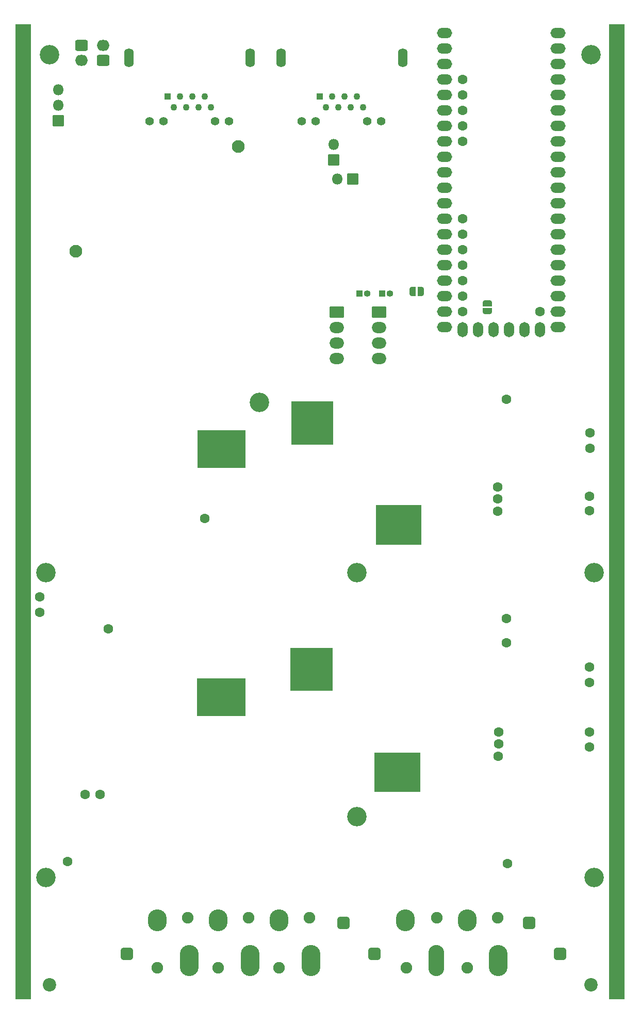
<source format=gbs>
G04 #@! TF.GenerationSoftware,KiCad,Pcbnew,7.0.2-6a45011f42~172~ubuntu20.04.1*
G04 #@! TF.CreationDate,2023-06-13T08:46:41+02:00*
G04 #@! TF.ProjectId,Power,506f7765-722e-46b6-9963-61645f706362,rev?*
G04 #@! TF.SameCoordinates,Original*
G04 #@! TF.FileFunction,Soldermask,Bot*
G04 #@! TF.FilePolarity,Negative*
%FSLAX46Y46*%
G04 Gerber Fmt 4.6, Leading zero omitted, Abs format (unit mm)*
G04 Created by KiCad (PCBNEW 7.0.2-6a45011f42~172~ubuntu20.04.1) date 2023-06-13 08:46:41*
%MOMM*%
%LPD*%
G01*
G04 APERTURE LIST*
G04 Aperture macros list*
%AMRoundRect*
0 Rectangle with rounded corners*
0 $1 Rounding radius*
0 $2 $3 $4 $5 $6 $7 $8 $9 X,Y pos of 4 corners*
0 Add a 4 corners polygon primitive as box body*
4,1,4,$2,$3,$4,$5,$6,$7,$8,$9,$2,$3,0*
0 Add four circle primitives for the rounded corners*
1,1,$1+$1,$2,$3*
1,1,$1+$1,$4,$5*
1,1,$1+$1,$6,$7*
1,1,$1+$1,$8,$9*
0 Add four rect primitives between the rounded corners*
20,1,$1+$1,$2,$3,$4,$5,0*
20,1,$1+$1,$4,$5,$6,$7,0*
20,1,$1+$1,$6,$7,$8,$9,0*
20,1,$1+$1,$8,$9,$2,$3,0*%
%AMFreePoly0*
4,1,35,0.535355,0.785355,0.550000,0.750000,0.550000,-0.750000,0.535355,-0.785355,0.500000,-0.800000,0.000000,-0.800000,-0.012286,-0.794911,-0.071157,-0.794911,-0.085244,-0.792886,-0.221795,-0.752791,-0.234740,-0.746879,-0.354462,-0.669938,-0.365217,-0.660618,-0.458414,-0.553063,-0.466109,-0.541091,-0.525228,-0.411637,-0.529237,-0.397982,-0.549491,-0.257116,-0.550000,-0.250000,-0.550000,0.250000,
-0.549491,0.257116,-0.529237,0.397982,-0.525228,0.411637,-0.466109,0.541091,-0.458414,0.553063,-0.365217,0.660618,-0.354462,0.669938,-0.234740,0.746879,-0.221795,0.752791,-0.085244,0.792886,-0.071157,0.794911,-0.012286,0.794911,0.000000,0.800000,0.500000,0.800000,0.535355,0.785355,0.535355,0.785355,$1*%
%AMFreePoly1*
4,1,35,0.012286,0.794911,0.071157,0.794911,0.085244,0.792886,0.221795,0.752791,0.234740,0.746879,0.354462,0.669938,0.365217,0.660618,0.458414,0.553063,0.466109,0.541091,0.525228,0.411637,0.529237,0.397982,0.549491,0.257116,0.550000,0.250000,0.550000,-0.250000,0.549491,-0.257116,0.529237,-0.397982,0.525228,-0.411637,0.466109,-0.541091,0.458414,-0.553063,0.365217,-0.660618,
0.354462,-0.669938,0.234740,-0.746879,0.221795,-0.752791,0.085244,-0.792886,0.071157,-0.794911,0.012286,-0.794911,0.000000,-0.800000,-0.500000,-0.800000,-0.535355,-0.785355,-0.550000,-0.750000,-0.550000,0.750000,-0.535355,0.785355,-0.500000,0.800000,0.000000,0.800000,0.012286,0.794911,0.012286,0.794911,$1*%
G04 Aperture macros list end*
%ADD10C,0.100000*%
%ADD11C,1.600000*%
%ADD12C,2.100000*%
%ADD13C,3.200000*%
%ADD14RoundRect,0.050000X-1.125000X0.875000X-1.125000X-0.875000X1.125000X-0.875000X1.125000X0.875000X0*%
%ADD15O,2.350000X1.850000*%
%ADD16RoundRect,0.050000X-0.500000X-0.500000X0.500000X-0.500000X0.500000X0.500000X-0.500000X0.500000X0*%
%ADD17C,1.100000*%
%ADD18C,1.400000*%
%ADD19O,1.600000X3.100000*%
%ADD20O,2.500000X1.700000*%
%ADD21O,1.700000X2.500000*%
%ADD22RoundRect,0.050000X-0.850000X0.850000X-0.850000X-0.850000X0.850000X-0.850000X0.850000X0.850000X0*%
%ADD23O,1.800000X1.800000*%
%ADD24RoundRect,0.300000X-0.750000X0.600000X-0.750000X-0.600000X0.750000X-0.600000X0.750000X0.600000X0*%
%ADD25O,2.100000X1.800000*%
%ADD26RoundRect,0.300000X0.750000X-0.600000X0.750000X0.600000X-0.750000X0.600000X-0.750000X-0.600000X0*%
%ADD27C,0.900000*%
%ADD28RoundRect,0.050000X-1.250000X-80.000000X1.250000X-80.000000X1.250000X80.000000X-1.250000X80.000000X0*%
%ADD29RoundRect,0.050000X0.850000X0.850000X-0.850000X0.850000X-0.850000X-0.850000X0.850000X-0.850000X0*%
%ADD30C,2.200000*%
%ADD31RoundRect,0.550000X0.500000X0.500000X-0.500000X0.500000X-0.500000X-0.500000X0.500000X-0.500000X0*%
%ADD32C,1.903400*%
%ADD33O,3.100000X3.600000*%
%ADD34O,3.100000X5.100000*%
%ADD35O,2.600000X5.100000*%
%ADD36RoundRect,0.050000X-0.500000X0.500000X-0.500000X-0.500000X0.500000X-0.500000X0.500000X0.500000X0*%
%ADD37O,1.100000X1.100000*%
%ADD38FreePoly0,0.000000*%
%ADD39FreePoly1,0.000000*%
%ADD40FreePoly0,90.000000*%
%ADD41FreePoly1,90.000000*%
G04 APERTURE END LIST*
D10*
X94050000Y-90900000D02*
X87250000Y-90900000D01*
X87250000Y-83900000D01*
X94050000Y-83900000D01*
X94050000Y-90900000D01*
G36*
X94050000Y-90900000D02*
G01*
X87250000Y-90900000D01*
X87250000Y-83900000D01*
X94050000Y-83900000D01*
X94050000Y-90900000D01*
G37*
X79650000Y-94700000D02*
X71850000Y-94700000D01*
X71850000Y-88600000D01*
X79650000Y-88600000D01*
X79650000Y-94700000D01*
G36*
X79650000Y-94700000D02*
G01*
X71850000Y-94700000D01*
X71850000Y-88600000D01*
X79650000Y-88600000D01*
X79650000Y-94700000D01*
G37*
X108550000Y-107300000D02*
X101150000Y-107300000D01*
X101150000Y-100900000D01*
X108550000Y-100900000D01*
X108550000Y-107300000D01*
G36*
X108550000Y-107300000D02*
G01*
X101150000Y-107300000D01*
X101150000Y-100900000D01*
X108550000Y-100900000D01*
X108550000Y-107300000D01*
G37*
X108340000Y-147900000D02*
X100940000Y-147900000D01*
X100940000Y-141500000D01*
X108340000Y-141500000D01*
X108340000Y-147900000D01*
G36*
X108340000Y-147900000D02*
G01*
X100940000Y-147900000D01*
X100940000Y-141500000D01*
X108340000Y-141500000D01*
X108340000Y-147900000D01*
G37*
X93940000Y-131300000D02*
X87140000Y-131300000D01*
X87140000Y-124300000D01*
X93940000Y-124300000D01*
X93940000Y-131300000D01*
G36*
X93940000Y-131300000D02*
G01*
X87140000Y-131300000D01*
X87140000Y-124300000D01*
X93940000Y-124300000D01*
X93940000Y-131300000D01*
G37*
X79650000Y-135400000D02*
X71750000Y-135400000D01*
X71750000Y-129300000D01*
X79650000Y-129300000D01*
X79650000Y-135400000D01*
G36*
X79650000Y-135400000D02*
G01*
X71750000Y-135400000D01*
X71750000Y-129300000D01*
X79650000Y-129300000D01*
X79650000Y-135400000D01*
G37*
D11*
G04 #@! TO.C,TP104*
X55880000Y-148400000D03*
G04 #@! TD*
D12*
G04 #@! TO.C,VOUT_GND501*
X78550000Y-42000000D03*
G04 #@! TD*
D13*
G04 #@! TO.C,H101*
X137000000Y-162000000D03*
G04 #@! TD*
D11*
G04 #@! TO.C,TP307*
X121250000Y-142100000D03*
G04 #@! TD*
G04 #@! TO.C,TP304*
X136250000Y-127460000D03*
G04 #@! TD*
D13*
G04 #@! TO.C,H107*
X47550000Y-27000000D03*
G04 #@! TD*
D11*
G04 #@! TO.C,TP305*
X121280000Y-138100000D03*
G04 #@! TD*
D13*
G04 #@! TO.C,H104*
X47000000Y-112000000D03*
G04 #@! TD*
D11*
G04 #@! TO.C,TP202*
X136250000Y-99400000D03*
G04 #@! TD*
D14*
G04 #@! TO.C,PS502*
X101657500Y-69180000D03*
D15*
X101657500Y-71720000D03*
X101657500Y-74260000D03*
X101657500Y-76800000D03*
G04 #@! TD*
D11*
G04 #@! TO.C,TP103*
X53390000Y-148400000D03*
G04 #@! TD*
D16*
G04 #@! TO.C,J404*
X91950000Y-33850000D03*
D17*
X92966000Y-35630000D03*
X93982000Y-33850000D03*
X94998000Y-35630000D03*
X96014000Y-33850000D03*
X97030000Y-35630000D03*
X98046000Y-33850000D03*
X99062000Y-35630000D03*
D18*
X88965500Y-37914000D03*
X91251500Y-37914000D03*
X99760500Y-37914000D03*
X102046500Y-37914000D03*
D19*
X85600000Y-27500000D03*
X105539000Y-27500000D03*
G04 #@! TD*
D11*
G04 #@! TO.C,TP309*
X122750000Y-159700000D03*
G04 #@! TD*
D20*
G04 #@! TO.C,U401*
X112470000Y-23440000D03*
X112470000Y-25980000D03*
X112470000Y-28520000D03*
X112470000Y-31060000D03*
X112470000Y-33600000D03*
X112470000Y-36140000D03*
X112470000Y-38680000D03*
X112470000Y-41220000D03*
X112470000Y-43760000D03*
X112470000Y-46300000D03*
X112470000Y-48840000D03*
X112470000Y-51380000D03*
X112470000Y-53920000D03*
X112470000Y-56460000D03*
X112470000Y-59000000D03*
X112470000Y-61540000D03*
X112470000Y-64080000D03*
X112470000Y-66620000D03*
X112470000Y-69160000D03*
X112470000Y-71700000D03*
X131050000Y-71700000D03*
X131050000Y-69160000D03*
X131050000Y-66620000D03*
X131050000Y-64080000D03*
X131050000Y-61540000D03*
X131050000Y-59000000D03*
X131050000Y-56460000D03*
X131050000Y-53920000D03*
X131050000Y-51380000D03*
X131050000Y-48840000D03*
X131050000Y-46300000D03*
X131050000Y-43760000D03*
X131050000Y-41220000D03*
X131050000Y-38680000D03*
X131050000Y-36140000D03*
X131050000Y-33600000D03*
X131050000Y-31060000D03*
X131050000Y-28520000D03*
X131050000Y-25980000D03*
X131050000Y-23440000D03*
D11*
X115410000Y-31060000D03*
X115410000Y-33600000D03*
X115410000Y-36140000D03*
X115410000Y-38680000D03*
X115410000Y-41220000D03*
X115410000Y-53920000D03*
X115410000Y-56460000D03*
X115410000Y-59000000D03*
X115410000Y-61540000D03*
X115410000Y-64080000D03*
X115410000Y-66620000D03*
X115410000Y-69160000D03*
D21*
X115410000Y-72100000D03*
X117950000Y-72100000D03*
X120490000Y-72100000D03*
X123030000Y-72100000D03*
X125570000Y-72100000D03*
X128110000Y-72100000D03*
D11*
X128110000Y-69160000D03*
G04 #@! TD*
D22*
G04 #@! TO.C,JP403*
X97350000Y-47400000D03*
D23*
X94810000Y-47400000D03*
G04 #@! TD*
D11*
G04 #@! TO.C,TP205*
X121150000Y-97900000D03*
G04 #@! TD*
D13*
G04 #@! TO.C,H108*
X136450000Y-27000000D03*
G04 #@! TD*
D24*
G04 #@! TO.C,J501*
X52800000Y-25400000D03*
D25*
X52800000Y-27900000D03*
G04 #@! TD*
D11*
G04 #@! TO.C,TP208*
X122550000Y-83500000D03*
G04 #@! TD*
G04 #@! TO.C,TP301*
X136250000Y-140600000D03*
G04 #@! TD*
D26*
G04 #@! TO.C,J502*
X56400000Y-27900000D03*
D25*
X56400000Y-25400000D03*
G04 #@! TD*
D14*
G04 #@! TO.C,PS501*
X94750000Y-69180000D03*
D15*
X94750000Y-71720000D03*
X94750000Y-74260000D03*
X94750000Y-76800000D03*
G04 #@! TD*
D11*
G04 #@! TO.C,TP101*
X46000000Y-118500000D03*
G04 #@! TD*
G04 #@! TO.C,TP303*
X136250000Y-130000000D03*
G04 #@! TD*
G04 #@! TO.C,TP201*
X136250000Y-101800000D03*
G04 #@! TD*
G04 #@! TO.C,TP302*
X136250000Y-138160000D03*
G04 #@! TD*
G04 #@! TO.C,TP306*
X121280000Y-140100000D03*
G04 #@! TD*
G04 #@! TO.C,TP308*
X122550000Y-123500000D03*
G04 #@! TD*
G04 #@! TO.C,TP106*
X50550000Y-159400000D03*
G04 #@! TD*
G04 #@! TO.C,TP203*
X136300000Y-91600000D03*
G04 #@! TD*
D12*
G04 #@! TO.C,GND501*
X51900000Y-59240000D03*
G04 #@! TD*
D11*
G04 #@! TO.C,TP105*
X57250000Y-121200000D03*
G04 #@! TD*
D27*
G04 #@! TO.C,N101*
X43250000Y-24500000D03*
X43250000Y-34500000D03*
X43250000Y-44500000D03*
X43250000Y-54500000D03*
X43250000Y-64500000D03*
X43250000Y-74500000D03*
X43250000Y-84500000D03*
X43250000Y-94500000D03*
D28*
X43250000Y-102000000D03*
D27*
X43250000Y-104500000D03*
X43250000Y-114500000D03*
X43250000Y-124500000D03*
X43250000Y-134500000D03*
X43250000Y-144500000D03*
X43250000Y-154500000D03*
X43250000Y-164500000D03*
X43250000Y-174500000D03*
X140750000Y-24250000D03*
X140750000Y-34250000D03*
X140750000Y-44250000D03*
X140750000Y-54250000D03*
X140750000Y-64250000D03*
X140750000Y-74250000D03*
X140750000Y-84250000D03*
X140750000Y-94250000D03*
D28*
X140750000Y-102000000D03*
D27*
X140750000Y-104250000D03*
X140750000Y-114250000D03*
X140750000Y-124250000D03*
X140750000Y-134250000D03*
X140750000Y-144250000D03*
X140750000Y-154250000D03*
X140750000Y-164250000D03*
X140750000Y-174250000D03*
G04 #@! TD*
D29*
G04 #@! TO.C,JP401*
X94260000Y-44200000D03*
D23*
X94260000Y-41660000D03*
G04 #@! TD*
D13*
G04 #@! TO.C,H106*
X137000000Y-112000000D03*
G04 #@! TD*
G04 #@! TO.C,H103*
X98000000Y-112000000D03*
G04 #@! TD*
D11*
G04 #@! TO.C,TP102*
X46000000Y-115960000D03*
G04 #@! TD*
G04 #@! TO.C,TP209*
X122550000Y-119500000D03*
G04 #@! TD*
G04 #@! TO.C,TP206*
X121150000Y-99900000D03*
G04 #@! TD*
D30*
G04 #@! TO.C,J101*
X136450000Y-179580000D03*
X47550000Y-179580000D03*
D31*
X60250000Y-174500000D03*
D32*
X65250000Y-176786000D03*
D33*
X65250000Y-169039000D03*
D34*
X70500000Y-175670001D03*
D32*
X70250000Y-168586001D03*
X75250000Y-176786001D03*
D33*
X75250000Y-169039000D03*
D34*
X80500000Y-175670001D03*
D32*
X80250000Y-168586001D03*
X85250000Y-176786001D03*
D33*
X85250000Y-169039000D03*
D34*
X90500000Y-175670001D03*
D32*
X90250000Y-168586001D03*
D31*
X95810000Y-169420000D03*
X100890000Y-174500000D03*
D32*
X106130000Y-176786000D03*
D33*
X105970000Y-169039000D03*
D32*
X111130000Y-168586001D03*
D35*
X111050000Y-175670001D03*
D32*
X116130000Y-176786001D03*
D33*
X116130000Y-169039000D03*
D34*
X121210000Y-175670001D03*
D32*
X121130000Y-168586001D03*
D31*
X126290000Y-169420000D03*
X131370000Y-174500000D03*
G04 #@! TD*
D16*
G04 #@! TO.C,J403*
X66950000Y-33850000D03*
D17*
X67966000Y-35630000D03*
X68982000Y-33850000D03*
X69998000Y-35630000D03*
X71014000Y-33850000D03*
X72030000Y-35630000D03*
X73046000Y-33850000D03*
X74062000Y-35630000D03*
D18*
X63965500Y-37914000D03*
X66251500Y-37914000D03*
X74760500Y-37914000D03*
X77046500Y-37914000D03*
D19*
X60600000Y-27500000D03*
X80539000Y-27500000D03*
G04 #@! TD*
D13*
G04 #@! TO.C,H105*
X47000000Y-162000000D03*
G04 #@! TD*
D11*
G04 #@! TO.C,TP204*
X136300000Y-89060000D03*
G04 #@! TD*
D13*
G04 #@! TO.C,H109*
X82000000Y-84000000D03*
G04 #@! TD*
D11*
G04 #@! TO.C,TP207*
X121150000Y-101900000D03*
G04 #@! TD*
D13*
G04 #@! TO.C,H102*
X98000000Y-152000000D03*
G04 #@! TD*
D29*
G04 #@! TO.C,J505*
X49050000Y-37800000D03*
D23*
X49050000Y-35260000D03*
X49050000Y-32720000D03*
G04 #@! TD*
D11*
G04 #@! TO.C,TP107*
X73050000Y-103100000D03*
G04 #@! TD*
D36*
G04 #@! TO.C,TH402*
X102150000Y-66200000D03*
D37*
X103420000Y-66200000D03*
G04 #@! TD*
D38*
G04 #@! TO.C,JP413*
X107200000Y-65800000D03*
D39*
X108500000Y-65800000D03*
G04 #@! TD*
D40*
G04 #@! TO.C,JP415*
X119450000Y-69050000D03*
D41*
X119450000Y-67750000D03*
G04 #@! TD*
D36*
G04 #@! TO.C,TH401*
X98450000Y-66200000D03*
D37*
X99720000Y-66200000D03*
G04 #@! TD*
M02*

</source>
